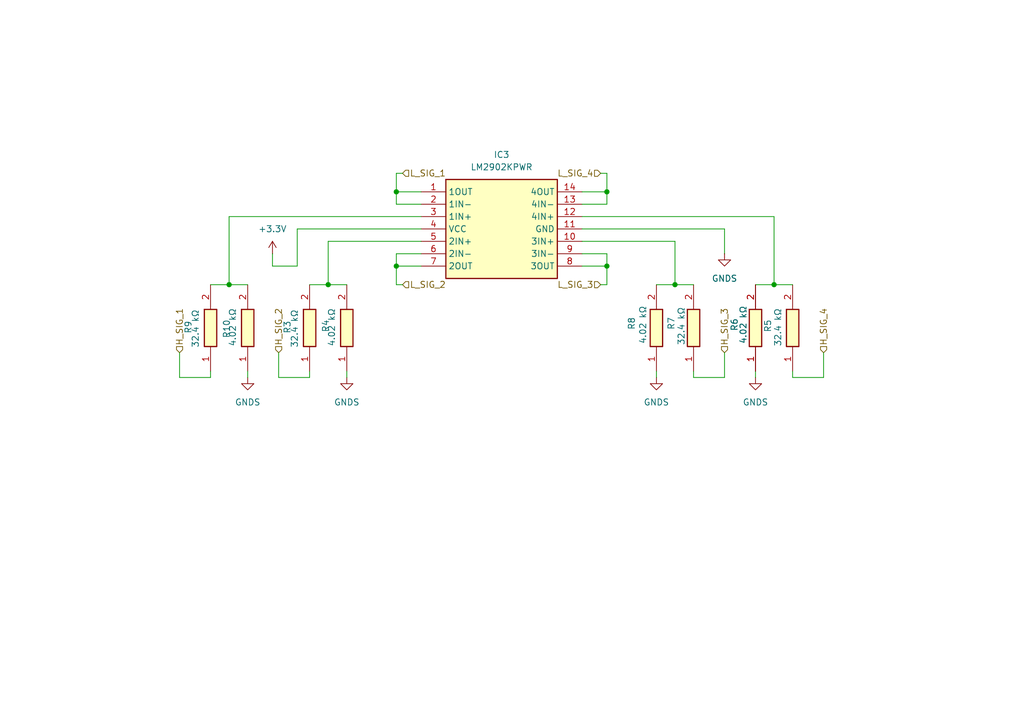
<source format=kicad_sch>
(kicad_sch (version 20231120) (generator "eeschema") (generator_version "8.0")
  (paper "A5")
  (lib_symbols
    (symbol "ERJ-P03F3242V:ERJ-P03F3242V" (pin_names hide)
      (property "Reference" "R" (at 4.826 6.35 0))
      (property "Value" "32.4 kΩ" (at 4.826 3.81 0))
      (symbol "ERJ-P03F3242V_1_1"
        (rectangle (start 5.08 1.27) (end 12.7 -1.27) (stroke (width 0.254)) (fill (type background)))
        (pin passive line (at 0 0 0) (length 5.08) (name "1") (number "1"))
        (pin passive line (at 17.78 0 180) (length 5.08) (name "2") (number "2"))
      )
    )
    (symbol "ERJ-P03F4021V:ERJ-P03F4021V" (pin_names hide)
      (property "Reference" "R" (at 5.08 6.35 0))
      (property "Value" "4.02 kΩ" (at 5.08 3.81 0))
      (symbol "ERJ-P03F4021V_1_1"
        (rectangle (start 5.08 1.27) (end 12.7 -1.27) (stroke (width 0.254)) (fill (type background)))
        (pin passive line (at 0 0 0) (length 5.08) (name "1") (number "1"))
        (pin passive line (at 17.78 0 180) (length 5.08) (name "2") (number "2"))
      )
    )
    (symbol "LM2902KPWR:LM2902KPWR"
      (property "Reference" "IC" (at 29.21 7.62 0))
      (property "Value" "LM2902KPWR" (at 29.21 5.08 0))
      (symbol "LM2902KPWR_1_1"
        (rectangle (start 5.08 2.54) (end 27.94 -17.78) (stroke (width 0.254)) (fill (type background)))
        (pin passive line (at 0 0 0) (length 5.08) (name "1OUT") (number "1"))
        (pin passive line (at 33.02 -10.16 180) (length 5.08) (name "3IN+") (number "10"))
        (pin passive line (at 33.02 -7.62 180) (length 5.08) (name "GND") (number "11"))
        (pin passive line (at 33.02 -5.08 180) (length 5.08) (name "4IN+") (number "12"))
        (pin passive line (at 33.02 -2.54 180) (length 5.08) (name "4IN-") (number "13"))
        (pin passive line (at 33.02 0 180) (length 5.08) (name "4OUT") (number "14"))
        (pin passive line (at 0 -2.54 0) (length 5.08) (name "1IN-") (number "2"))
        (pin passive line (at 0 -5.08 0) (length 5.08) (name "1IN+") (number "3"))
        (pin passive line (at 0 -7.62 0) (length 5.08) (name "VCC") (number "4"))
        (pin passive line (at 0 -10.16 0) (length 5.08) (name "2IN+") (number "5"))
        (pin passive line (at 0 -12.7 0) (length 5.08) (name "2IN-") (number "6"))
        (pin passive line (at 0 -15.24 0) (length 5.08) (name "2OUT") (number "7"))
        (pin passive line (at 33.02 -15.24 180) (length 5.08) (name "3OUT") (number "8"))
        (pin passive line (at 33.02 -12.7 180) (length 5.08) (name "3IN-") (number "9"))
      )
    )
    (symbol "power:+3.3V" (power) (pin_numbers hide) (pin_names (offset 0) hide)
      (property "Value" "+3.3V" (at 0 3.556 0))
      (symbol "+3.3V_0_1"
        (polyline (pts (xy -0.762 1.27) (xy 0 2.54)))
        (polyline (pts (xy 0 0) (xy 0 2.54)))
        (polyline (pts (xy 0 2.54) (xy 0.762 1.27)))
      )
      (symbol "+3.3V_1_1"
        (pin power_in line (at 0 0 90) (length 0) (name "~") (number "1"))
      )
    )
    (symbol "power:GNDS" (power) (pin_numbers hide) (pin_names (offset 0) hide)
      (property "Value" "GNDS" (at 0 -3.81 0))
      (symbol "GNDS_0_1"
        (polyline (pts (xy 0 0) (xy 0 -1.27) (xy 1.27 -1.27) (xy 0 -2.54) (xy -1.27 -1.27) (xy 0 -1.27)))
      )
      (symbol "GNDS_1_1"
        (pin power_in line (at 0 0 270) (length 0) (name "~") (number "1"))
      )
    )
  )
  (junction (at 124.46 54.61))
  (junction (at 138.43 58.42))
  (junction (at 158.75 58.42))
  (junction (at 81.28 54.61))
  (junction (at 67.31 58.42))
  (junction (at 81.28 39.37))
  (junction (at 124.46 39.37))
  (junction (at 46.99 58.42))
  (wire (pts (xy 154.94 76.2) (xy 154.94 77.47)))
  (wire (pts (xy 82.55 58.42) (xy 81.28 58.42)))
  (wire (pts (xy 124.46 41.91) (xy 124.46 39.37)))
  (wire (pts (xy 162.56 58.42) (xy 158.75 58.42)))
  (wire (pts (xy 124.46 39.37) (xy 119.38 39.37)))
  (wire (pts (xy 63.5 77.47) (xy 63.5 76.2)))
  (wire (pts (xy 81.28 39.37) (xy 86.36 39.37)))
  (wire (pts (xy 158.75 58.42) (xy 158.75 44.45)))
  (wire (pts (xy 43.18 58.42) (xy 46.99 58.42)))
  (wire (pts (xy 67.31 58.42) (xy 71.12 58.42)))
  (wire (pts (xy 142.24 58.42) (xy 138.43 58.42)))
  (wire (pts (xy 162.56 77.47) (xy 162.56 76.2)))
  (wire (pts (xy 60.96 46.99) (xy 86.36 46.99)))
  (wire (pts (xy 81.28 52.07) (xy 81.28 54.61)))
  (wire (pts (xy 148.59 77.47) (xy 142.24 77.47)))
  (wire (pts (xy 138.43 58.42) (xy 134.62 58.42)))
  (wire (pts (xy 86.36 52.07) (xy 81.28 52.07)))
  (wire (pts (xy 168.91 72.39) (xy 168.91 77.47)))
  (wire (pts (xy 119.38 41.91) (xy 124.46 41.91)))
  (wire (pts (xy 148.59 46.99) (xy 148.59 52.07)))
  (wire (pts (xy 81.28 41.91) (xy 81.28 39.37)))
  (wire (pts (xy 86.36 41.91) (xy 81.28 41.91)))
  (wire (pts (xy 57.15 77.47) (xy 63.5 77.47)))
  (wire (pts (xy 158.75 44.45) (xy 119.38 44.45)))
  (wire (pts (xy 148.59 72.39) (xy 148.59 77.47)))
  (wire (pts (xy 168.91 77.47) (xy 162.56 77.47)))
  (wire (pts (xy 67.31 58.42) (xy 67.31 49.53)))
  (wire (pts (xy 123.19 35.56) (xy 124.46 35.56)))
  (wire (pts (xy 158.75 58.42) (xy 154.94 58.42)))
  (wire (pts (xy 46.99 58.42) (xy 50.8 58.42)))
  (wire (pts (xy 81.28 54.61) (xy 86.36 54.61)))
  (wire (pts (xy 50.8 76.2) (xy 50.8 77.47)))
  (wire (pts (xy 46.99 44.45) (xy 86.36 44.45)))
  (wire (pts (xy 124.46 35.56) (xy 124.46 39.37)))
  (wire (pts (xy 134.62 76.2) (xy 134.62 77.47)))
  (wire (pts (xy 123.19 58.42) (xy 124.46 58.42)))
  (wire (pts (xy 138.43 58.42) (xy 138.43 49.53)))
  (wire (pts (xy 63.5 58.42) (xy 67.31 58.42)))
  (wire (pts (xy 71.12 76.2) (xy 71.12 77.47)))
  (wire (pts (xy 55.88 54.61) (xy 60.96 54.61)))
  (wire (pts (xy 124.46 52.07) (xy 124.46 54.61)))
  (wire (pts (xy 46.99 58.42) (xy 46.99 44.45)))
  (wire (pts (xy 138.43 49.53) (xy 119.38 49.53)))
  (wire (pts (xy 142.24 77.47) (xy 142.24 76.2)))
  (wire (pts (xy 36.83 77.47) (xy 43.18 77.47)))
  (wire (pts (xy 36.83 72.39) (xy 36.83 77.47)))
  (wire (pts (xy 119.38 46.99) (xy 148.59 46.99)))
  (wire (pts (xy 124.46 54.61) (xy 119.38 54.61)))
  (wire (pts (xy 43.18 77.47) (xy 43.18 76.2)))
  (wire (pts (xy 57.15 72.39) (xy 57.15 77.47)))
  (wire (pts (xy 81.28 35.56) (xy 81.28 39.37)))
  (wire (pts (xy 55.88 52.07) (xy 55.88 54.61)))
  (wire (pts (xy 82.55 35.56) (xy 81.28 35.56)))
  (wire (pts (xy 81.28 58.42) (xy 81.28 54.61)))
  (wire (pts (xy 124.46 58.42) (xy 124.46 54.61)))
  (wire (pts (xy 60.96 54.61) (xy 60.96 46.99)))
  (wire (pts (xy 119.38 52.07) (xy 124.46 52.07)))
  (wire (pts (xy 67.31 49.53) (xy 86.36 49.53)))
  (hierarchical_label "L_SIG_2" (shape input) (at 82.55 58.42 0))
  (hierarchical_label "H_SIG_3" (shape input) (at 148.59 72.39 90))
  (hierarchical_label "H_SIG_4" (shape input) (at 168.91 72.39 90))
  (hierarchical_label "L_SIG_1" (shape input) (at 82.55 35.56 0))
  (hierarchical_label "L_SIG_3" (shape input) (at 123.19 58.42 180))
  (hierarchical_label "H_SIG_2" (shape input) (at 57.15 72.39 90))
  (hierarchical_label "H_SIG_1" (shape input) (at 36.83 72.39 90))
  (hierarchical_label "L_SIG_4" (shape input) (at 123.19 35.56 180))
  (symbol (lib_id "power:GNDS") (at 71.12 77.47 0) (unit 1)
    (property "Reference" "#PWR05" (effects (hide yes)))
    (property "Value" "GNDS" (at 71.12 82.55 0))
    (property "Description" "Power symbol creates a global label with name \"GNDS\" , signal ground" (effects (hide yes)))
    (instances (project "PLC-CIM" (path "" (reference "#PWR05") (unit 1)) (path "" (reference "#PWR012") (unit 1)) (path "" (reference "#PWR018") (unit 1)) (path "" (reference "#PWR024") (unit 1)) (path "" (reference "#PWR057") (unit 1)) (path "" (reference "#PWR08") (unit 1)) (path "" (reference "#PWR066") (unit 1)) (path "" (reference "#PWR072") (unit 1))))
  )
  (symbol (lib_id "power:+3.3V") (at 55.88 52.07 0) (unit 1)
    (property "Reference" "#PWR011" (effects (hide yes)))
    (property "Value" "+3.3V" (at 55.88 46.99 0))
    (property "Description" "Power symbol creates a global label with name \"+3.3V\"" (effects (hide yes)))
    (instances (project "PLC-CIM" (path "" (reference "#PWR011") (unit 1)) (path "" (reference "#PWR017") (unit 1)) (path "" (reference "#PWR0103") (unit 1)) (path "" (reference "#PWR056") (unit 1)) (path "" (reference "#PWR06") (unit 1)) (path "" (reference "#PWR065") (unit 1)) (path "" (reference "#PWR071") (unit 1)) (path "" (reference "#PWR023") (unit 1))))
  )
  (symbol (lib_id "ERJ-P03F3242V:ERJ-P03F3242V") (at 162.56 76.2 270) (mirror x) (unit 1)
    (property "Reference" "R5" (at 157.48 65.532 0) (effects (justify right)))
    (property "Value" "32.4 kΩ" (at 160.274 71.12 0) (effects (justify left top)))
    (property "Footprint" "mod:RESC1609X55N" (effects (hide yes)))
    (property "Datasheet" "http://industrial.panasonic.com/cdbs/www-data/pdf/RDA0000/AOA0000C102.pdf" (effects (hide yes)))
    (property "Description" "Thick Film Resistors - SMD 0603 32.4Kohms 0.2W 1% AEC-Q200" (effects (hide yes)))
    (property "Height" "0.55" (effects (hide yes)))
    (property "Mouser Part Number" "667-ERJ-P03F3242V" (effects (hide yes)))
    (property "Mouser Price/Stock" "https://www.mouser.co.uk/ProductDetail/Panasonic/ERJ-P03F3242V?qs=18kBAoNi3c8mR1RN8vTo%2Fg%3D%3D" (effects (hide yes)))
    (property "Manufacturer_Name" "Panasonic" (effects (hide yes)))
    (property "Manufacturer_Part_Number" "ERJ-P03F3242V" (effects (hide yes)))
    (instances (project "PLC-CIM" (path "" (reference "R5") (unit 1)) (path "" (reference "R16") (unit 1)) (path "" (reference "R24") (unit 1)) (path "" (reference "R32") (unit 1)) (path "" (reference "R40") (unit 1)) (path "" (reference "R46") (unit 1)) (path "" (reference "R54") (unit 1)) (path "" (reference "R62") (unit 1))))
  )
  (symbol (lib_id "power:GNDS") (at 148.59 52.07 0) (unit 1)
    (property "Reference" "#PWR014" (effects (hide yes)))
    (property "Value" "GNDS" (at 148.59 57.15 0))
    (property "Description" "Power symbol creates a global label with name \"GNDS\" , signal ground" (effects (hide yes)))
    (instances (project "PLC-CIM" (path "" (reference "#PWR014") (unit 1)) (path "" (reference "#PWR020") (unit 1)) (path "" (reference "#PWR0102") (unit 1)) (path "" (reference "#PWR059") (unit 1)) (path "" (reference "#PWR062") (unit 1)) (path "" (reference "#PWR068") (unit 1)) (path "" (reference "#PWR074") (unit 1)) (path "" (reference "#PWR026") (unit 1))))
  )
  (symbol (lib_id "ERJ-P03F3242V:ERJ-P03F3242V") (at 43.18 76.2 90) (unit 1)
    (property "Reference" "R9" (at 38.608 65.786 0) (effects (justify right)))
    (property "Value" "32.4 kΩ" (at 39.37 71.374 0) (effects (justify left top)))
    (property "Footprint" "mod:RESC1609X55N" (effects (hide yes)))
    (property "Datasheet" "http://industrial.panasonic.com/cdbs/www-data/pdf/RDA0000/AOA0000C102.pdf" (effects (hide yes)))
    (property "Description" "Thick Film Resistors - SMD 0603 32.4Kohms 0.2W 1% AEC-Q200" (effects (hide yes)))
    (property "Height" "0.55" (effects (hide yes)))
    (property "Mouser Part Number" "667-ERJ-P03F3242V" (effects (hide yes)))
    (property "Mouser Price/Stock" "https://www.mouser.co.uk/ProductDetail/Panasonic/ERJ-P03F3242V?qs=18kBAoNi3c8mR1RN8vTo%2Fg%3D%3D" (effects (hide yes)))
    (property "Manufacturer_Name" "Panasonic" (effects (hide yes)))
    (property "Manufacturer_Part_Number" "ERJ-P03F3242V" (effects (hide yes)))
    (instances (project "PLC-CIM" (path "" (reference "R9") (unit 1)) (path "" (reference "R17") (unit 1)) (path "" (reference "R63") (unit 1)) (path "" (reference "R33") (unit 1)) (path "" (reference "R1") (unit 1)) (path "" (reference "R47") (unit 1)) (path "" (reference "R55") (unit 1)) (path "" (reference "R25") (unit 1))))
  )
  (symbol (lib_id "power:GNDS") (at 50.8 77.47 0) (unit 1)
    (property "Reference" "#PWR010" (effects (hide yes)))
    (property "Value" "GNDS" (at 50.8 82.55 0))
    (property "Description" "Power symbol creates a global label with name \"GNDS\" , signal ground" (effects (hide yes)))
    (instances (project "PLC-CIM" (path "" (reference "#PWR010") (unit 1)) (path "" (reference "#PWR016") (unit 1)) (path "" (reference "#PWR0101") (unit 1)) (path "" (reference "#PWR055") (unit 1)) (path "" (reference "#PWR04") (unit 1)) (path "" (reference "#PWR064") (unit 1)) (path "" (reference "#PWR070") (unit 1)) (path "" (reference "#PWR022") (unit 1))))
  )
  (symbol (lib_id "power:GNDS") (at 154.94 77.47 0) (mirror y) (unit 1)
    (property "Reference" "#PWR07" (effects (hide yes)))
    (property "Value" "GNDS" (at 154.94 82.55 0))
    (property "Description" "Power symbol creates a global label with name \"GNDS\" , signal ground" (effects (hide yes)))
    (instances (project "PLC-CIM" (path "" (reference "#PWR07") (unit 1)) (path "" (reference "#PWR015") (unit 1)) (path "" (reference "#PWR021") (unit 1)) (path "" (reference "#PWR027") (unit 1)) (path "" (reference "#PWR060") (unit 1)) (path "" (reference "#PWR063") (unit 1)) (path "" (reference "#PWR069") (unit 1)) (path "" (reference "#PWR075") (unit 1))))
  )
  (symbol (lib_id "ERJ-P03F3242V:ERJ-P03F3242V") (at 63.5 76.2 90) (unit 1)
    (property "Reference" "R3" (at 58.928 65.786 0) (effects (justify right)))
    (property "Value" "32.4 kΩ" (at 59.69 71.374 0) (effects (justify left top)))
    (property "Footprint" "mod:RESC1609X55N" (effects (hide yes)))
    (property "Datasheet" "http://industrial.panasonic.com/cdbs/www-data/pdf/RDA0000/AOA0000C102.pdf" (effects (hide yes)))
    (property "Description" "Thick Film Resistors - SMD 0603 32.4Kohms 0.2W 1% AEC-Q200" (effects (hide yes)))
    (property "Height" "0.55" (effects (hide yes)))
    (property "Mouser Part Number" "667-ERJ-P03F3242V" (effects (hide yes)))
    (property "Mouser Price/Stock" "https://www.mouser.co.uk/ProductDetail/Panasonic/ERJ-P03F3242V?qs=18kBAoNi3c8mR1RN8vTo%2Fg%3D%3D" (effects (hide yes)))
    (property "Manufacturer_Name" "Panasonic" (effects (hide yes)))
    (property "Manufacturer_Part_Number" "ERJ-P03F3242V" (effects (hide yes)))
    (instances (project "PLC-CIM" (path "" (reference "R3") (unit 1)) (path "" (reference "R11") (unit 1)) (path "" (reference "R19") (unit 1)) (path "" (reference "R27") (unit 1)) (path "" (reference "R35") (unit 1)) (path "" (reference "R41") (unit 1)) (path "" (reference "R49") (unit 1)) (path "" (reference "R57") (unit 1))))
  )
  (symbol (lib_id "ERJ-P03F4021V:ERJ-P03F4021V") (at 134.62 76.2 270) (mirror x) (unit 1)
    (property "Reference" "R8" (at 129.54 65.024 0) (effects (justify right)))
    (property "Value" "4.02 kΩ" (at 132.588 70.612 0) (effects (justify left top)))
    (property "Footprint" "mod:RESC1609X55N" (effects (hide yes)))
    (property "Datasheet" "http://industrial.panasonic.com/cdbs/www-data/pdf/RDA0000/AOA0000C102.pdf" (effects (hide yes)))
    (property "Description" "Anti-Surge Thick Film Chip Resistor, 0603" (effects (hide yes)))
    (property "Height" "0.55" (effects (hide yes)))
    (property "Mouser Part Number" "71-CRCW12064K02FKEAH" (effects (hide yes)))
    (property "Mouser Price/Stock" "https://www.mouser.co.uk/ProductDetail/Vishay-Dale/CRCW12064K02FKEAHP?qs=ua4hIysp8dKH7mznMDiMrw%3D%3D" (effects (hide yes)))
    (property "Manufacturer_Name" "Panasonic" (effects (hide yes)))
    (property "Manufacturer_Part_Number" "ERJ-P03F4021V" (effects (hide yes)))
    (instances (project "PLC-CIM" (path "" (reference "R8") (unit 1)) (path "" (reference "R13") (unit 1)) (path "" (reference "R21") (unit 1)) (path "" (reference "R29") (unit 1)) (path "" (reference "R37") (unit 1)) (path "" (reference "R43") (unit 1)) (path "" (reference "R51") (unit 1)) (path "" (reference "R59") (unit 1))))
  )
  (symbol (lib_id "ERJ-P03F4021V:ERJ-P03F4021V") (at 154.94 76.2 270) (mirror x) (unit 1)
    (property "Reference" "R6" (at 150.622 65.278 0) (effects (justify right)))
    (property "Value" "4.02 kΩ" (at 153.162 70.612 0) (effects (justify left top)))
    (property "Footprint" "mod:RESC1609X55N" (effects (hide yes)))
    (property "Datasheet" "http://industrial.panasonic.com/cdbs/www-data/pdf/RDA0000/AOA0000C102.pdf" (effects (hide yes)))
    (property "Description" "Anti-Surge Thick Film Chip Resistor, 0603" (effects (hide yes)))
    (property "Height" "0.55" (effects (hide yes)))
    (property "Mouser Part Number" "71-CRCW12064K02FKEAH" (effects (hide yes)))
    (property "Mouser Price/Stock" "https://www.mouser.co.uk/ProductDetail/Vishay-Dale/CRCW12064K02FKEAHP?qs=ua4hIysp8dKH7mznMDiMrw%3D%3D" (effects (hide yes)))
    (property "Manufacturer_Name" "Panasonic" (effects (hide yes)))
    (property "Manufacturer_Part_Number" "ERJ-P03F4021V" (effects (hide yes)))
    (instances (project "PLC-CIM" (path "" (reference "R6") (unit 1)) (path "" (reference "R15") (unit 1)) (path "" (reference "R23") (unit 1)) (path "" (reference "R31") (unit 1)) (path "" (reference "R39") (unit 1)) (path "" (reference "R45") (unit 1)) (path "" (reference "R53") (unit 1)) (path "" (reference "R61") (unit 1))))
  )
  (symbol (lib_id "ERJ-P03F4021V:ERJ-P03F4021V") (at 50.8 76.2 90) (unit 1)
    (property "Reference" "R10" (at 46.482 65.532 0) (effects (justify right)))
    (property "Value" "4.02 kΩ" (at 46.99 71.12 0) (effects (justify left top)))
    (property "Footprint" "mod:RESC1609X55N" (effects (hide yes)))
    (property "Datasheet" "http://industrial.panasonic.com/cdbs/www-data/pdf/RDA0000/AOA0000C102.pdf" (effects (hide yes)))
    (property "Description" "Anti-Surge Thick Film Chip Resistor, 0603" (effects (hide yes)))
    (property "Height" "0.55" (effects (hide yes)))
    (property "Mouser Part Number" "71-CRCW12064K02FKEAH" (effects (hide yes)))
    (property "Mouser Price/Stock" "https://www.mouser.co.uk/ProductDetail/Vishay-Dale/CRCW12064K02FKEAHP?qs=ua4hIysp8dKH7mznMDiMrw%3D%3D" (effects (hide yes)))
    (property "Manufacturer_Name" "Panasonic" (effects (hide yes)))
    (property "Manufacturer_Part_Number" "ERJ-P03F4021V" (effects (hide yes)))
    (instances (project "PLC-CIM" (path "" (reference "R10") (unit 1)) (path "" (reference "R18") (unit 1)) (path "" (reference "R64") (unit 1)) (path "" (reference "R34") (unit 1)) (path "" (reference "R2") (unit 1)) (path "" (reference "R48") (unit 1)) (path "" (reference "R56") (unit 1)) (path "" (reference "R26") (unit 1))))
  )
  (symbol (lib_id "ERJ-P03F3242V:ERJ-P03F3242V") (at 142.24 76.2 270) (mirror x) (unit 1)
    (property "Reference" "R7" (at 137.668 65.024 0) (effects (justify right)))
    (property "Value" "32.4 kΩ" (at 140.462 70.866 0) (effects (justify left top)))
    (property "Footprint" "mod:RESC1609X55N" (effects (hide yes)))
    (property "Datasheet" "http://industrial.panasonic.com/cdbs/www-data/pdf/RDA0000/AOA0000C102.pdf" (effects (hide yes)))
    (property "Description" "Thick Film Resistors - SMD 0603 32.4Kohms 0.2W 1% AEC-Q200" (effects (hide yes)))
    (property "Height" "0.55" (effects (hide yes)))
    (property "Mouser Part Number" "667-ERJ-P03F3242V" (effects (hide yes)))
    (property "Mouser Price/Stock" "https://www.mouser.co.uk/ProductDetail/Panasonic/ERJ-P03F3242V?qs=18kBAoNi3c8mR1RN8vTo%2Fg%3D%3D" (effects (hide yes)))
    (property "Manufacturer_Name" "Panasonic" (effects (hide yes)))
    (property "Manufacturer_Part_Number" "ERJ-P03F3242V" (effects (hide yes)))
    (instances (project "PLC-CIM" (path "" (reference "R7") (unit 1)) (path "" (reference "R14") (unit 1)) (path "" (reference "R22") (unit 1)) (path "" (reference "R30") (unit 1)) (path "" (reference "R38") (unit 1)) (path "" (reference "R44") (unit 1)) (path "" (reference "R52") (unit 1)) (path "" (reference "R60") (unit 1))))
  )
  (symbol (lib_id "LM2902KPWR:LM2902KPWR") (at 86.36 39.37 0) (unit 1)
    (property "Reference" "IC3" (at 102.87 31.75 0))
    (property "Value" "LM2902KPWR" (at 102.87 34.29 0))
    (property "Footprint" "mod:SOP65P640X120-14N" (effects (hide yes)))
    (property "Datasheet" "http://www.ti.com/lit/gpn/lm2902k" (effects (hide yes)))
    (property "Description" "Texas Instruments LM2902KPWR, Quad Op Amp, 1.2MHz, 5  24 V, 14-Pin TSSOP" (effects (hide yes)))
    (property "Height" "1.2" (effects (hide yes)))
    (property "Mouser Part Number" "595-LM2902KPWR" (effects (hide yes)))
    (property "Mouser Price/Stock" "https://www.mouser.co.uk/ProductDetail/Texas-Instruments/LM2902KPWR?qs=VBduBm9rCJS2177%2FTaHdGg%3D%3D" (effects (hide yes)))
    (property "Manufacturer_Name" "Texas Instruments" (effects (hide yes)))
    (property "Manufacturer_Part_Number" "LM2902KPWR" (effects (hide yes)))
    (instances (project "PLC-CIM" (path "" (reference "IC3") (unit 1)) (path "" (reference "IC4") (unit 1)) (path "" (reference "IC5") (unit 1)) (path "" (reference "IC20") (unit 1)) (path "" (reference "IC2") (unit 1)) (path "" (reference "IC21") (unit 1)) (path "" (reference "IC22") (unit 1)) (path "" (reference "IC24") (unit 1))))
  )
  (symbol (lib_id "power:GNDS") (at 134.62 77.47 0) (mirror y) (unit 1)
    (property "Reference" "#PWR09" (effects (hide yes)))
    (property "Value" "GNDS" (at 134.62 82.55 0))
    (property "Description" "Power symbol creates a global label with name \"GNDS\" , signal ground" (effects (hide yes)))
    (instances (project "PLC-CIM" (path "" (reference "#PWR09") (unit 1)) (path "" (reference "#PWR013") (unit 1)) (path "" (reference "#PWR019") (unit 1)) (path "" (reference "#PWR025") (unit 1)) (path "" (reference "#PWR058") (unit 1)) (path "" (reference "#PWR061") (unit 1)) (path "" (reference "#PWR067") (unit 1)) (path "" (reference "#PWR073") (unit 1))))
  )
  (symbol (lib_id "ERJ-P03F4021V:ERJ-P03F4021V") (at 71.12 76.2 90) (unit 1)
    (property "Reference" "R4" (at 66.802 65.532 0) (effects (justify right)))
    (property "Value" "4.02 kΩ" (at 67.31 71.12 0) (effects (justify left top)))
    (property "Footprint" "mod:RESC1609X55N" (effects (hide yes)))
    (property "Datasheet" "http://industrial.panasonic.com/cdbs/www-data/pdf/RDA0000/AOA0000C102.pdf" (effects (hide yes)))
    (property "Description" "Anti-Surge Thick Film Chip Resistor, 0603" (effects (hide yes)))
    (property "Height" "0.55" (effects (hide yes)))
    (property "Mouser Part Number" "71-CRCW12064K02FKEAH" (effects (hide yes)))
    (property "Mouser Price/Stock" "https://www.mouser.co.uk/ProductDetail/Vishay-Dale/CRCW12064K02FKEAHP?qs=ua4hIysp8dKH7mznMDiMrw%3D%3D" (effects (hide yes)))
    (property "Manufacturer_Name" "Panasonic" (effects (hide yes)))
    (property "Manufacturer_Part_Number" "ERJ-P03F4021V" (effects (hide yes)))
    (instances (project "PLC-CIM" (path "" (reference "R4") (unit 1)) (path "" (reference "R12") (unit 1)) (path "" (reference "R20") (unit 1)) (path "" (reference "R28") (unit 1)) (path "" (reference "R36") (unit 1)) (path "" (reference "R42") (unit 1)) (path "" (reference "R50") (unit 1)) (path "" (reference "R58") (unit 1))))
  )
)
</source>
